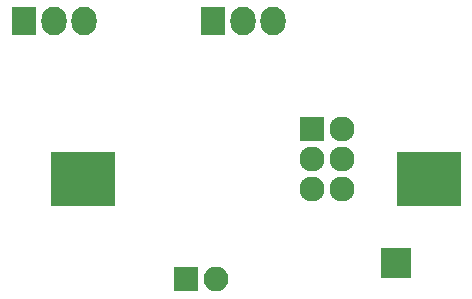
<source format=gbs>
G04 #@! TF.GenerationSoftware,KiCad,Pcbnew,no-vcs-found-7500~57~ubuntu16.04.1*
G04 #@! TF.CreationDate,2017-01-25T22:27:02+01:00*
G04 #@! TF.ProjectId,MultiUse_Battery_RFM69HCW,4D756C74695573655F42617474657279,rev?*
G04 #@! TF.FileFunction,Soldermask,Bot*
G04 #@! TF.FilePolarity,Negative*
%FSLAX46Y46*%
G04 Gerber Fmt 4.6, Leading zero omitted, Abs format (unit mm)*
G04 Created by KiCad (PCBNEW no-vcs-found-7500~57~ubuntu16.04.1) date Wed Jan 25 22:27:02 2017*
%MOMM*%
%LPD*%
G01*
G04 APERTURE LIST*
%ADD10C,0.100000*%
%ADD11R,5.400000X4.600000*%
%ADD12R,2.635200X2.635200*%
%ADD13R,2.127200X2.432000*%
%ADD14O,2.127200X2.432000*%
%ADD15R,2.127200X2.127200*%
%ADD16O,2.127200X2.127200*%
%ADD17O,2.100000X2.100000*%
%ADD18R,2.100000X2.100000*%
G04 APERTURE END LIST*
D10*
D11*
X118454000Y-67818000D03*
X89154000Y-67818000D03*
D12*
X115697000Y-74930000D03*
D13*
X84162900Y-54444900D03*
D14*
X86702900Y-54444900D03*
X89242900Y-54444900D03*
D13*
X100190300Y-54432200D03*
D14*
X102730300Y-54432200D03*
X105270300Y-54432200D03*
D15*
X108585000Y-63627000D03*
D16*
X111125000Y-63627000D03*
X108585000Y-66167000D03*
X111125000Y-66167000D03*
X108585000Y-68707000D03*
X111125000Y-68707000D03*
D17*
X100457000Y-76327000D03*
D18*
X97917000Y-76327000D03*
M02*

</source>
